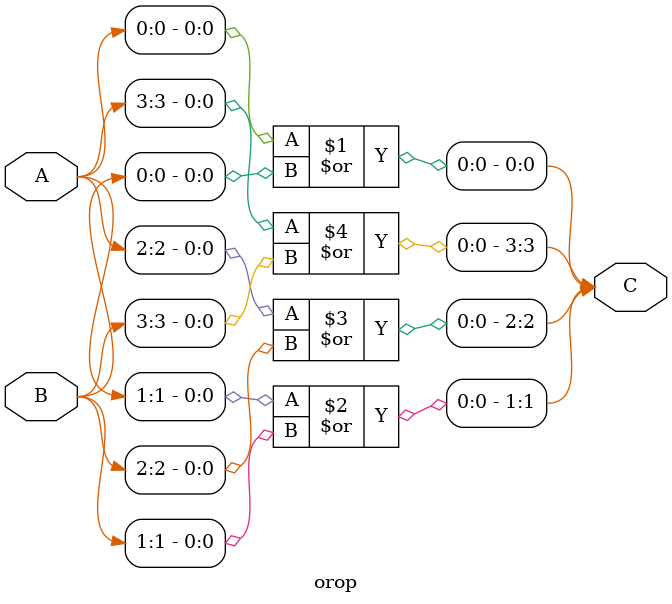
<source format=v>
`timescale 1ns / 1ps
module orop(A,B,C
    );
	 parameter N=4;
	 input [N-1:0] A,B;
	 output [N-1:0] C;
	 genvar p;
	 
	 generate 
	 for(p = 0; p<N; p = p+1)
	 begin : or1p
	 or OG(C[p],A[p],B[p]);
	 end
	 endgenerate


endmodule

</source>
